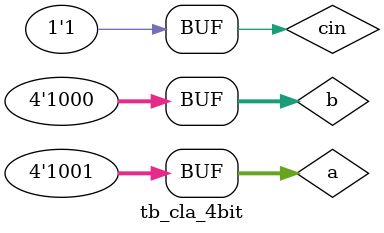
<source format=v>
module tb_cla_4bit;
    reg [3:0] a, b;
    reg cin;
    wire [3:0] sum;
    wire cout;
    cla_4bit uut(a, b, cin, sum, cout);
    initial begin
        a = 4'd7; b = 4'd6; cin = 0; #10;
        a = 4'd9; b = 4'd8; cin = 1; #10;
    end
endmodule

</source>
